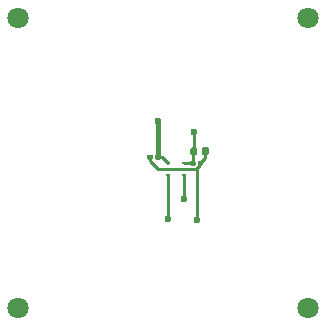
<source format=gbr>
G04 #@! TF.GenerationSoftware,KiCad,Pcbnew,(5.1.5)-3*
G04 #@! TF.CreationDate,2020-01-17T18:23:17+09:00*
G04 #@! TF.ProjectId,sig_sensor,7369675f-7365-46e7-936f-722e6b696361,rev?*
G04 #@! TF.SameCoordinates,Original*
G04 #@! TF.FileFunction,Copper,L2,Bot*
G04 #@! TF.FilePolarity,Positive*
%FSLAX46Y46*%
G04 Gerber Fmt 4.6, Leading zero omitted, Abs format (unit mm)*
G04 Created by KiCad (PCBNEW (5.1.5)-3) date 2020-01-17 18:23:17*
%MOMM*%
%LPD*%
G04 APERTURE LIST*
%ADD10R,0.350000X0.250000*%
%ADD11C,0.100000*%
%ADD12C,1.800000*%
%ADD13C,0.600000*%
%ADD14C,0.250000*%
%ADD15C,0.400000*%
G04 APERTURE END LIST*
D10*
X155291000Y-84050000D03*
X155291000Y-83050000D03*
X153941000Y-84050000D03*
X153941000Y-83550000D03*
X153941000Y-83050000D03*
G04 #@! TA.AperFunction,SMDPad,CuDef*
D11*
G36*
X157286958Y-81706710D02*
G01*
X157301276Y-81708834D01*
X157315317Y-81712351D01*
X157328946Y-81717228D01*
X157342031Y-81723417D01*
X157354447Y-81730858D01*
X157366073Y-81739481D01*
X157376798Y-81749202D01*
X157386519Y-81759927D01*
X157395142Y-81771553D01*
X157402583Y-81783969D01*
X157408772Y-81797054D01*
X157413649Y-81810683D01*
X157417166Y-81824724D01*
X157419290Y-81839042D01*
X157420000Y-81853500D01*
X157420000Y-82198500D01*
X157419290Y-82212958D01*
X157417166Y-82227276D01*
X157413649Y-82241317D01*
X157408772Y-82254946D01*
X157402583Y-82268031D01*
X157395142Y-82280447D01*
X157386519Y-82292073D01*
X157376798Y-82302798D01*
X157366073Y-82312519D01*
X157354447Y-82321142D01*
X157342031Y-82328583D01*
X157328946Y-82334772D01*
X157315317Y-82339649D01*
X157301276Y-82343166D01*
X157286958Y-82345290D01*
X157272500Y-82346000D01*
X156977500Y-82346000D01*
X156963042Y-82345290D01*
X156948724Y-82343166D01*
X156934683Y-82339649D01*
X156921054Y-82334772D01*
X156907969Y-82328583D01*
X156895553Y-82321142D01*
X156883927Y-82312519D01*
X156873202Y-82302798D01*
X156863481Y-82292073D01*
X156854858Y-82280447D01*
X156847417Y-82268031D01*
X156841228Y-82254946D01*
X156836351Y-82241317D01*
X156832834Y-82227276D01*
X156830710Y-82212958D01*
X156830000Y-82198500D01*
X156830000Y-81853500D01*
X156830710Y-81839042D01*
X156832834Y-81824724D01*
X156836351Y-81810683D01*
X156841228Y-81797054D01*
X156847417Y-81783969D01*
X156854858Y-81771553D01*
X156863481Y-81759927D01*
X156873202Y-81749202D01*
X156883927Y-81739481D01*
X156895553Y-81730858D01*
X156907969Y-81723417D01*
X156921054Y-81717228D01*
X156934683Y-81712351D01*
X156948724Y-81708834D01*
X156963042Y-81706710D01*
X156977500Y-81706000D01*
X157272500Y-81706000D01*
X157286958Y-81706710D01*
G37*
G04 #@! TD.AperFunction*
G04 #@! TA.AperFunction,SMDPad,CuDef*
G36*
X156316958Y-81706710D02*
G01*
X156331276Y-81708834D01*
X156345317Y-81712351D01*
X156358946Y-81717228D01*
X156372031Y-81723417D01*
X156384447Y-81730858D01*
X156396073Y-81739481D01*
X156406798Y-81749202D01*
X156416519Y-81759927D01*
X156425142Y-81771553D01*
X156432583Y-81783969D01*
X156438772Y-81797054D01*
X156443649Y-81810683D01*
X156447166Y-81824724D01*
X156449290Y-81839042D01*
X156450000Y-81853500D01*
X156450000Y-82198500D01*
X156449290Y-82212958D01*
X156447166Y-82227276D01*
X156443649Y-82241317D01*
X156438772Y-82254946D01*
X156432583Y-82268031D01*
X156425142Y-82280447D01*
X156416519Y-82292073D01*
X156406798Y-82302798D01*
X156396073Y-82312519D01*
X156384447Y-82321142D01*
X156372031Y-82328583D01*
X156358946Y-82334772D01*
X156345317Y-82339649D01*
X156331276Y-82343166D01*
X156316958Y-82345290D01*
X156302500Y-82346000D01*
X156007500Y-82346000D01*
X155993042Y-82345290D01*
X155978724Y-82343166D01*
X155964683Y-82339649D01*
X155951054Y-82334772D01*
X155937969Y-82328583D01*
X155925553Y-82321142D01*
X155913927Y-82312519D01*
X155903202Y-82302798D01*
X155893481Y-82292073D01*
X155884858Y-82280447D01*
X155877417Y-82268031D01*
X155871228Y-82254946D01*
X155866351Y-82241317D01*
X155862834Y-82227276D01*
X155860710Y-82212958D01*
X155860000Y-82198500D01*
X155860000Y-81853500D01*
X155860710Y-81839042D01*
X155862834Y-81824724D01*
X155866351Y-81810683D01*
X155871228Y-81797054D01*
X155877417Y-81783969D01*
X155884858Y-81771553D01*
X155893481Y-81759927D01*
X155903202Y-81749202D01*
X155913927Y-81739481D01*
X155925553Y-81730858D01*
X155937969Y-81723417D01*
X155951054Y-81717228D01*
X155964683Y-81712351D01*
X155978724Y-81708834D01*
X155993042Y-81706710D01*
X156007500Y-81706000D01*
X156302500Y-81706000D01*
X156316958Y-81706710D01*
G37*
G04 #@! TD.AperFunction*
G04 #@! TA.AperFunction,SMDPad,CuDef*
G36*
X156845802Y-82842482D02*
G01*
X156855509Y-82843921D01*
X156865028Y-82846306D01*
X156874268Y-82849612D01*
X156883140Y-82853808D01*
X156891557Y-82858853D01*
X156899439Y-82864699D01*
X156906711Y-82871289D01*
X156913301Y-82878561D01*
X156919147Y-82886443D01*
X156924192Y-82894860D01*
X156928388Y-82903732D01*
X156931694Y-82912972D01*
X156934079Y-82922491D01*
X156935518Y-82932198D01*
X156936000Y-82942000D01*
X156936000Y-83142000D01*
X156935518Y-83151802D01*
X156934079Y-83161509D01*
X156931694Y-83171028D01*
X156928388Y-83180268D01*
X156924192Y-83189140D01*
X156919147Y-83197557D01*
X156913301Y-83205439D01*
X156906711Y-83212711D01*
X156899439Y-83219301D01*
X156891557Y-83225147D01*
X156883140Y-83230192D01*
X156874268Y-83234388D01*
X156865028Y-83237694D01*
X156855509Y-83240079D01*
X156845802Y-83241518D01*
X156836000Y-83242000D01*
X156576000Y-83242000D01*
X156566198Y-83241518D01*
X156556491Y-83240079D01*
X156546972Y-83237694D01*
X156537732Y-83234388D01*
X156528860Y-83230192D01*
X156520443Y-83225147D01*
X156512561Y-83219301D01*
X156505289Y-83212711D01*
X156498699Y-83205439D01*
X156492853Y-83197557D01*
X156487808Y-83189140D01*
X156483612Y-83180268D01*
X156480306Y-83171028D01*
X156477921Y-83161509D01*
X156476482Y-83151802D01*
X156476000Y-83142000D01*
X156476000Y-82942000D01*
X156476482Y-82932198D01*
X156477921Y-82922491D01*
X156480306Y-82912972D01*
X156483612Y-82903732D01*
X156487808Y-82894860D01*
X156492853Y-82886443D01*
X156498699Y-82878561D01*
X156505289Y-82871289D01*
X156512561Y-82864699D01*
X156520443Y-82858853D01*
X156528860Y-82853808D01*
X156537732Y-82849612D01*
X156546972Y-82846306D01*
X156556491Y-82843921D01*
X156566198Y-82842482D01*
X156576000Y-82842000D01*
X156836000Y-82842000D01*
X156845802Y-82842482D01*
G37*
G04 #@! TD.AperFunction*
G04 #@! TA.AperFunction,SMDPad,CuDef*
G36*
X156205802Y-82842482D02*
G01*
X156215509Y-82843921D01*
X156225028Y-82846306D01*
X156234268Y-82849612D01*
X156243140Y-82853808D01*
X156251557Y-82858853D01*
X156259439Y-82864699D01*
X156266711Y-82871289D01*
X156273301Y-82878561D01*
X156279147Y-82886443D01*
X156284192Y-82894860D01*
X156288388Y-82903732D01*
X156291694Y-82912972D01*
X156294079Y-82922491D01*
X156295518Y-82932198D01*
X156296000Y-82942000D01*
X156296000Y-83142000D01*
X156295518Y-83151802D01*
X156294079Y-83161509D01*
X156291694Y-83171028D01*
X156288388Y-83180268D01*
X156284192Y-83189140D01*
X156279147Y-83197557D01*
X156273301Y-83205439D01*
X156266711Y-83212711D01*
X156259439Y-83219301D01*
X156251557Y-83225147D01*
X156243140Y-83230192D01*
X156234268Y-83234388D01*
X156225028Y-83237694D01*
X156215509Y-83240079D01*
X156205802Y-83241518D01*
X156196000Y-83242000D01*
X155936000Y-83242000D01*
X155926198Y-83241518D01*
X155916491Y-83240079D01*
X155906972Y-83237694D01*
X155897732Y-83234388D01*
X155888860Y-83230192D01*
X155880443Y-83225147D01*
X155872561Y-83219301D01*
X155865289Y-83212711D01*
X155858699Y-83205439D01*
X155852853Y-83197557D01*
X155847808Y-83189140D01*
X155843612Y-83180268D01*
X155840306Y-83171028D01*
X155837921Y-83161509D01*
X155836482Y-83151802D01*
X155836000Y-83142000D01*
X155836000Y-82942000D01*
X155836482Y-82932198D01*
X155837921Y-82922491D01*
X155840306Y-82912972D01*
X155843612Y-82903732D01*
X155847808Y-82894860D01*
X155852853Y-82886443D01*
X155858699Y-82878561D01*
X155865289Y-82871289D01*
X155872561Y-82864699D01*
X155880443Y-82858853D01*
X155888860Y-82853808D01*
X155897732Y-82849612D01*
X155906972Y-82846306D01*
X155916491Y-82843921D01*
X155926198Y-82842482D01*
X155936000Y-82842000D01*
X156196000Y-82842000D01*
X156205802Y-82842482D01*
G37*
G04 #@! TD.AperFunction*
G04 #@! TA.AperFunction,SMDPad,CuDef*
G36*
X152583802Y-82334482D02*
G01*
X152593509Y-82335921D01*
X152603028Y-82338306D01*
X152612268Y-82341612D01*
X152621140Y-82345808D01*
X152629557Y-82350853D01*
X152637439Y-82356699D01*
X152644711Y-82363289D01*
X152651301Y-82370561D01*
X152657147Y-82378443D01*
X152662192Y-82386860D01*
X152666388Y-82395732D01*
X152669694Y-82404972D01*
X152672079Y-82414491D01*
X152673518Y-82424198D01*
X152674000Y-82434000D01*
X152674000Y-82634000D01*
X152673518Y-82643802D01*
X152672079Y-82653509D01*
X152669694Y-82663028D01*
X152666388Y-82672268D01*
X152662192Y-82681140D01*
X152657147Y-82689557D01*
X152651301Y-82697439D01*
X152644711Y-82704711D01*
X152637439Y-82711301D01*
X152629557Y-82717147D01*
X152621140Y-82722192D01*
X152612268Y-82726388D01*
X152603028Y-82729694D01*
X152593509Y-82732079D01*
X152583802Y-82733518D01*
X152574000Y-82734000D01*
X152314000Y-82734000D01*
X152304198Y-82733518D01*
X152294491Y-82732079D01*
X152284972Y-82729694D01*
X152275732Y-82726388D01*
X152266860Y-82722192D01*
X152258443Y-82717147D01*
X152250561Y-82711301D01*
X152243289Y-82704711D01*
X152236699Y-82697439D01*
X152230853Y-82689557D01*
X152225808Y-82681140D01*
X152221612Y-82672268D01*
X152218306Y-82663028D01*
X152215921Y-82653509D01*
X152214482Y-82643802D01*
X152214000Y-82634000D01*
X152214000Y-82434000D01*
X152214482Y-82424198D01*
X152215921Y-82414491D01*
X152218306Y-82404972D01*
X152221612Y-82395732D01*
X152225808Y-82386860D01*
X152230853Y-82378443D01*
X152236699Y-82370561D01*
X152243289Y-82363289D01*
X152250561Y-82356699D01*
X152258443Y-82350853D01*
X152266860Y-82345808D01*
X152275732Y-82341612D01*
X152284972Y-82338306D01*
X152294491Y-82335921D01*
X152304198Y-82334482D01*
X152314000Y-82334000D01*
X152574000Y-82334000D01*
X152583802Y-82334482D01*
G37*
G04 #@! TD.AperFunction*
G04 #@! TA.AperFunction,SMDPad,CuDef*
G36*
X153223802Y-82334482D02*
G01*
X153233509Y-82335921D01*
X153243028Y-82338306D01*
X153252268Y-82341612D01*
X153261140Y-82345808D01*
X153269557Y-82350853D01*
X153277439Y-82356699D01*
X153284711Y-82363289D01*
X153291301Y-82370561D01*
X153297147Y-82378443D01*
X153302192Y-82386860D01*
X153306388Y-82395732D01*
X153309694Y-82404972D01*
X153312079Y-82414491D01*
X153313518Y-82424198D01*
X153314000Y-82434000D01*
X153314000Y-82634000D01*
X153313518Y-82643802D01*
X153312079Y-82653509D01*
X153309694Y-82663028D01*
X153306388Y-82672268D01*
X153302192Y-82681140D01*
X153297147Y-82689557D01*
X153291301Y-82697439D01*
X153284711Y-82704711D01*
X153277439Y-82711301D01*
X153269557Y-82717147D01*
X153261140Y-82722192D01*
X153252268Y-82726388D01*
X153243028Y-82729694D01*
X153233509Y-82732079D01*
X153223802Y-82733518D01*
X153214000Y-82734000D01*
X152954000Y-82734000D01*
X152944198Y-82733518D01*
X152934491Y-82732079D01*
X152924972Y-82729694D01*
X152915732Y-82726388D01*
X152906860Y-82722192D01*
X152898443Y-82717147D01*
X152890561Y-82711301D01*
X152883289Y-82704711D01*
X152876699Y-82697439D01*
X152870853Y-82689557D01*
X152865808Y-82681140D01*
X152861612Y-82672268D01*
X152858306Y-82663028D01*
X152855921Y-82653509D01*
X152854482Y-82643802D01*
X152854000Y-82634000D01*
X152854000Y-82434000D01*
X152854482Y-82424198D01*
X152855921Y-82414491D01*
X152858306Y-82404972D01*
X152861612Y-82395732D01*
X152865808Y-82386860D01*
X152870853Y-82378443D01*
X152876699Y-82370561D01*
X152883289Y-82363289D01*
X152890561Y-82356699D01*
X152898443Y-82350853D01*
X152906860Y-82345808D01*
X152915732Y-82341612D01*
X152924972Y-82338306D01*
X152934491Y-82335921D01*
X152944198Y-82334482D01*
X152954000Y-82334000D01*
X153214000Y-82334000D01*
X153223802Y-82334482D01*
G37*
G04 #@! TD.AperFunction*
D12*
X141300000Y-70770000D03*
X165800000Y-70770000D03*
X141300000Y-95270000D03*
X165800000Y-95270000D03*
D13*
X156380000Y-87820000D03*
X153941000Y-87800000D03*
X153090000Y-79450000D03*
X156190000Y-80380000D03*
X155300000Y-86040000D03*
D14*
X153516000Y-83550000D02*
X153941000Y-83550000D01*
X153160000Y-83550000D02*
X153516000Y-83550000D01*
X152444000Y-82834000D02*
X153160000Y-83550000D01*
X152444000Y-82534000D02*
X152444000Y-82834000D01*
X157125000Y-82623000D02*
X156706000Y-83042000D01*
X157125000Y-82026000D02*
X157125000Y-82623000D01*
X156706000Y-83233058D02*
X156372048Y-83567010D01*
X156706000Y-83042000D02*
X156706000Y-83233058D01*
X154366000Y-83550000D02*
X153941000Y-83550000D01*
X154383010Y-83567010D02*
X154366000Y-83550000D01*
X156372048Y-83567010D02*
X154383010Y-83567010D01*
X156380000Y-83574962D02*
X156372048Y-83567010D01*
X156380000Y-87820000D02*
X156380000Y-83574962D01*
X153930000Y-84061000D02*
X153941000Y-84050000D01*
X153941000Y-84050000D02*
X153941000Y-87659000D01*
X153941000Y-87659000D02*
X153941000Y-87659000D01*
X153425000Y-82534000D02*
X153941000Y-83050000D01*
X153084000Y-82534000D02*
X153425000Y-82534000D01*
X153084000Y-79456000D02*
X153090000Y-79450000D01*
D15*
X153084000Y-82534000D02*
X153084000Y-79456000D01*
D14*
X156058000Y-83050000D02*
X156066000Y-83042000D01*
X155291000Y-83050000D02*
X156058000Y-83050000D01*
X156066000Y-82115000D02*
X156066000Y-83042000D01*
X156155000Y-82026000D02*
X156066000Y-82115000D01*
X156190000Y-81991000D02*
X156155000Y-82026000D01*
X156190000Y-80380000D02*
X156190000Y-81991000D01*
X155300000Y-84059000D02*
X155291000Y-84050000D01*
X155300000Y-86040000D02*
X155300000Y-84059000D01*
M02*

</source>
